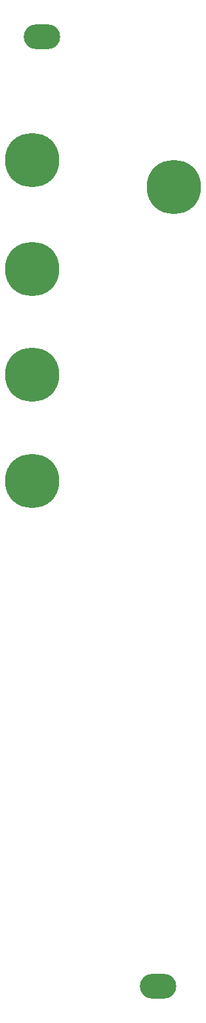
<source format=gbr>
%TF.GenerationSoftware,KiCad,Pcbnew,7.0.5*%
%TF.CreationDate,2023-07-15T15:58:03-07:00*%
%TF.ProjectId,Panel,50616e65-6c2e-46b6-9963-61645f706362,rev?*%
%TF.SameCoordinates,Original*%
%TF.FileFunction,Soldermask,Bot*%
%TF.FilePolarity,Negative*%
%FSLAX46Y46*%
G04 Gerber Fmt 4.6, Leading zero omitted, Abs format (unit mm)*
G04 Created by KiCad (PCBNEW 7.0.5) date 2023-07-15 15:58:03*
%MOMM*%
%LPD*%
G01*
G04 APERTURE LIST*
%ADD10C,7.000000*%
%ADD11O,4.700000X3.200000*%
G04 APERTURE END LIST*
D10*
%TO.C,*%
X82791354Y-96995997D03*
%TD*%
D11*
%TO.C,*%
X99061354Y-162185997D03*
%TD*%
%TO.C,REF\u002A\u002A*%
X84061354Y-39685997D03*
%TD*%
D10*
%TO.C,REF\u002A\u002A*%
X82761354Y-55585997D03*
%TD*%
%TO.C,*%
X82791354Y-83318497D03*
%TD*%
%TO.C,REF\u002A\u002A*%
X101061354Y-59085997D03*
%TD*%
%TO.C,REF\u002A\u002A*%
X82791354Y-69640997D03*
%TD*%
M02*

</source>
